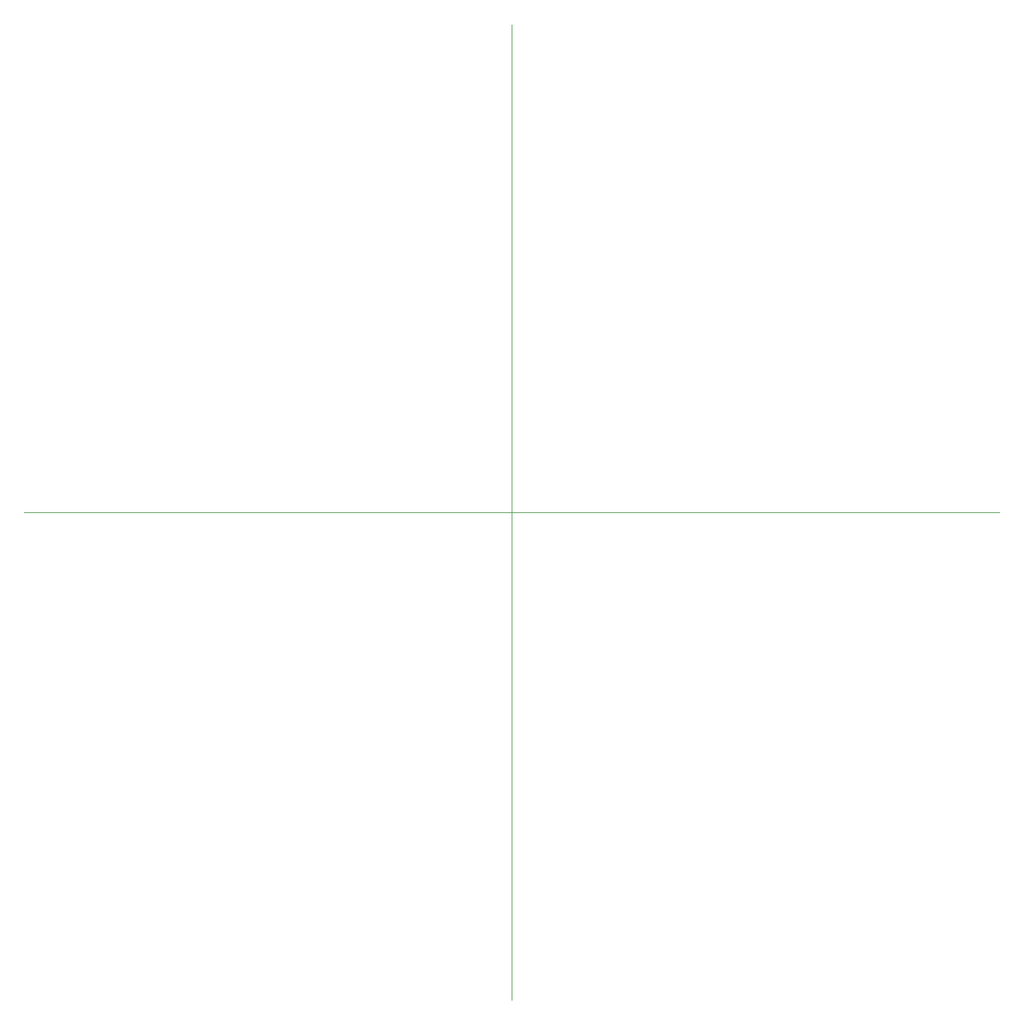
<source format=gbr>
G75*
G71*
%MOMM*%
%OFA0B0*%
%FSLAX53Y53*%
%IPPOS*%
%LPD*%
%ADD10C,0.00100*%
D10*
X0000000Y0061720D02*
X0123440Y0061720D01*
X0061720Y0000000D02*
X0061720Y0123440D01*
M02*

</source>
